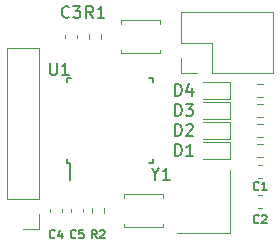
<source format=gbr>
%TF.GenerationSoftware,KiCad,Pcbnew,6.0.0-d3dd2cf0fa~116~ubuntu20.04.1*%
%TF.CreationDate,2022-01-27T11:36:16+01:00*%
%TF.ProjectId,ex00,65783030-2e6b-4696-9361-645f70636258,rev?*%
%TF.SameCoordinates,Original*%
%TF.FileFunction,Legend,Top*%
%TF.FilePolarity,Positive*%
%FSLAX46Y46*%
G04 Gerber Fmt 4.6, Leading zero omitted, Abs format (unit mm)*
G04 Created by KiCad (PCBNEW 6.0.0-d3dd2cf0fa~116~ubuntu20.04.1) date 2022-01-27 11:36:16*
%MOMM*%
%LPD*%
G01*
G04 APERTURE LIST*
%ADD10C,0.150000*%
%ADD11C,0.120000*%
G04 APERTURE END LIST*
D10*
%TO.C,C2*%
X81163333Y-89912000D02*
X81130000Y-89945333D01*
X81030000Y-89978666D01*
X80963333Y-89978666D01*
X80863333Y-89945333D01*
X80796666Y-89878666D01*
X80763333Y-89812000D01*
X80730000Y-89678666D01*
X80730000Y-89578666D01*
X80763333Y-89445333D01*
X80796666Y-89378666D01*
X80863333Y-89312000D01*
X80963333Y-89278666D01*
X81030000Y-89278666D01*
X81130000Y-89312000D01*
X81163333Y-89345333D01*
X81430000Y-89345333D02*
X81463333Y-89312000D01*
X81530000Y-89278666D01*
X81696666Y-89278666D01*
X81763333Y-89312000D01*
X81796666Y-89345333D01*
X81830000Y-89412000D01*
X81830000Y-89478666D01*
X81796666Y-89578666D01*
X81396666Y-89978666D01*
X81830000Y-89978666D01*
%TO.C,C5*%
X65669333Y-91182000D02*
X65636000Y-91215333D01*
X65536000Y-91248666D01*
X65469333Y-91248666D01*
X65369333Y-91215333D01*
X65302666Y-91148666D01*
X65269333Y-91082000D01*
X65236000Y-90948666D01*
X65236000Y-90848666D01*
X65269333Y-90715333D01*
X65302666Y-90648666D01*
X65369333Y-90582000D01*
X65469333Y-90548666D01*
X65536000Y-90548666D01*
X65636000Y-90582000D01*
X65669333Y-90615333D01*
X66302666Y-90548666D02*
X65969333Y-90548666D01*
X65936000Y-90882000D01*
X65969333Y-90848666D01*
X66036000Y-90815333D01*
X66202666Y-90815333D01*
X66269333Y-90848666D01*
X66302666Y-90882000D01*
X66336000Y-90948666D01*
X66336000Y-91115333D01*
X66302666Y-91182000D01*
X66269333Y-91215333D01*
X66202666Y-91248666D01*
X66036000Y-91248666D01*
X65969333Y-91215333D01*
X65936000Y-91182000D01*
%TO.C,R2*%
X67447333Y-91248666D02*
X67214000Y-90915333D01*
X67047333Y-91248666D02*
X67047333Y-90548666D01*
X67314000Y-90548666D01*
X67380666Y-90582000D01*
X67414000Y-90615333D01*
X67447333Y-90682000D01*
X67447333Y-90782000D01*
X67414000Y-90848666D01*
X67380666Y-90882000D01*
X67314000Y-90915333D01*
X67047333Y-90915333D01*
X67714000Y-90615333D02*
X67747333Y-90582000D01*
X67814000Y-90548666D01*
X67980666Y-90548666D01*
X68047333Y-90582000D01*
X68080666Y-90615333D01*
X68114000Y-90682000D01*
X68114000Y-90748666D01*
X68080666Y-90848666D01*
X67680666Y-91248666D01*
X68114000Y-91248666D01*
%TO.C,D3*%
X74077904Y-80885713D02*
X74077904Y-79885713D01*
X74316000Y-79885713D01*
X74458857Y-79933333D01*
X74554095Y-80028571D01*
X74601714Y-80123809D01*
X74649333Y-80314285D01*
X74649333Y-80457142D01*
X74601714Y-80647618D01*
X74554095Y-80742856D01*
X74458857Y-80838094D01*
X74316000Y-80885713D01*
X74077904Y-80885713D01*
X74982666Y-79885713D02*
X75601714Y-79885713D01*
X75268380Y-80266666D01*
X75411238Y-80266666D01*
X75506476Y-80314285D01*
X75554095Y-80361904D01*
X75601714Y-80457142D01*
X75601714Y-80695237D01*
X75554095Y-80790475D01*
X75506476Y-80838094D01*
X75411238Y-80885713D01*
X75125523Y-80885713D01*
X75030285Y-80838094D01*
X74982666Y-80790475D01*
%TO.C,D1*%
X74077904Y-84272380D02*
X74077904Y-83272380D01*
X74316000Y-83272380D01*
X74458857Y-83320000D01*
X74554095Y-83415238D01*
X74601714Y-83510476D01*
X74649333Y-83700952D01*
X74649333Y-83843809D01*
X74601714Y-84034285D01*
X74554095Y-84129523D01*
X74458857Y-84224761D01*
X74316000Y-84272380D01*
X74077904Y-84272380D01*
X75601714Y-84272380D02*
X75030285Y-84272380D01*
X75316000Y-84272380D02*
X75316000Y-83272380D01*
X75220761Y-83415238D01*
X75125523Y-83510476D01*
X75030285Y-83558095D01*
%TO.C,U1*%
X63500095Y-76414380D02*
X63500095Y-77223904D01*
X63547714Y-77319142D01*
X63595333Y-77366761D01*
X63690571Y-77414380D01*
X63881047Y-77414380D01*
X63976285Y-77366761D01*
X64023904Y-77319142D01*
X64071523Y-77223904D01*
X64071523Y-76414380D01*
X65071523Y-77414380D02*
X64500095Y-77414380D01*
X64785809Y-77414380D02*
X64785809Y-76414380D01*
X64690571Y-76557238D01*
X64595333Y-76652476D01*
X64500095Y-76700095D01*
%TO.C,D2*%
X74077904Y-82579046D02*
X74077904Y-81579046D01*
X74316000Y-81579046D01*
X74458857Y-81626666D01*
X74554095Y-81721904D01*
X74601714Y-81817142D01*
X74649333Y-82007618D01*
X74649333Y-82150475D01*
X74601714Y-82340951D01*
X74554095Y-82436189D01*
X74458857Y-82531427D01*
X74316000Y-82579046D01*
X74077904Y-82579046D01*
X75030285Y-81674285D02*
X75077904Y-81626666D01*
X75173142Y-81579046D01*
X75411238Y-81579046D01*
X75506476Y-81626666D01*
X75554095Y-81674285D01*
X75601714Y-81769523D01*
X75601714Y-81864761D01*
X75554095Y-82007618D01*
X74982666Y-82579046D01*
X75601714Y-82579046D01*
%TO.C,C3*%
X65111333Y-72493142D02*
X65063714Y-72540761D01*
X64920857Y-72588380D01*
X64825619Y-72588380D01*
X64682761Y-72540761D01*
X64587523Y-72445523D01*
X64539904Y-72350285D01*
X64492285Y-72159809D01*
X64492285Y-72016952D01*
X64539904Y-71826476D01*
X64587523Y-71731238D01*
X64682761Y-71636000D01*
X64825619Y-71588380D01*
X64920857Y-71588380D01*
X65063714Y-71636000D01*
X65111333Y-71683619D01*
X65444666Y-71588380D02*
X66063714Y-71588380D01*
X65730380Y-71969333D01*
X65873238Y-71969333D01*
X65968476Y-72016952D01*
X66016095Y-72064571D01*
X66063714Y-72159809D01*
X66063714Y-72397904D01*
X66016095Y-72493142D01*
X65968476Y-72540761D01*
X65873238Y-72588380D01*
X65587523Y-72588380D01*
X65492285Y-72540761D01*
X65444666Y-72493142D01*
%TO.C,C4*%
X63891333Y-91182000D02*
X63858000Y-91215333D01*
X63758000Y-91248666D01*
X63691333Y-91248666D01*
X63591333Y-91215333D01*
X63524666Y-91148666D01*
X63491333Y-91082000D01*
X63458000Y-90948666D01*
X63458000Y-90848666D01*
X63491333Y-90715333D01*
X63524666Y-90648666D01*
X63591333Y-90582000D01*
X63691333Y-90548666D01*
X63758000Y-90548666D01*
X63858000Y-90582000D01*
X63891333Y-90615333D01*
X64491333Y-90782000D02*
X64491333Y-91248666D01*
X64324666Y-90515333D02*
X64158000Y-91015333D01*
X64591333Y-91015333D01*
%TO.C,C1*%
X81163333Y-87118000D02*
X81130000Y-87151333D01*
X81030000Y-87184666D01*
X80963333Y-87184666D01*
X80863333Y-87151333D01*
X80796666Y-87084666D01*
X80763333Y-87018000D01*
X80730000Y-86884666D01*
X80730000Y-86784666D01*
X80763333Y-86651333D01*
X80796666Y-86584666D01*
X80863333Y-86518000D01*
X80963333Y-86484666D01*
X81030000Y-86484666D01*
X81130000Y-86518000D01*
X81163333Y-86551333D01*
X81830000Y-87184666D02*
X81430000Y-87184666D01*
X81630000Y-87184666D02*
X81630000Y-86484666D01*
X81563333Y-86584666D01*
X81496666Y-86651333D01*
X81430000Y-86684666D01*
%TO.C,D4*%
X74077904Y-79192380D02*
X74077904Y-78192380D01*
X74316000Y-78192380D01*
X74458857Y-78240000D01*
X74554095Y-78335238D01*
X74601714Y-78430476D01*
X74649333Y-78620952D01*
X74649333Y-78763809D01*
X74601714Y-78954285D01*
X74554095Y-79049523D01*
X74458857Y-79144761D01*
X74316000Y-79192380D01*
X74077904Y-79192380D01*
X75506476Y-78525714D02*
X75506476Y-79192380D01*
X75268380Y-78144761D02*
X75030285Y-78859047D01*
X75649333Y-78859047D01*
%TO.C,R1*%
X67143333Y-72588380D02*
X66810000Y-72112190D01*
X66571904Y-72588380D02*
X66571904Y-71588380D01*
X66952857Y-71588380D01*
X67048095Y-71636000D01*
X67095714Y-71683619D01*
X67143333Y-71778857D01*
X67143333Y-71921714D01*
X67095714Y-72016952D01*
X67048095Y-72064571D01*
X66952857Y-72112190D01*
X66571904Y-72112190D01*
X68095714Y-72588380D02*
X67524285Y-72588380D01*
X67810000Y-72588380D02*
X67810000Y-71588380D01*
X67714761Y-71731238D01*
X67619523Y-71826476D01*
X67524285Y-71874095D01*
%TO.C,Y1*%
X72421809Y-85828190D02*
X72421809Y-86304380D01*
X72088476Y-85304380D02*
X72421809Y-85828190D01*
X72755142Y-85304380D01*
X73612285Y-86304380D02*
X73040857Y-86304380D01*
X73326571Y-86304380D02*
X73326571Y-85304380D01*
X73231333Y-85447238D01*
X73136095Y-85542476D01*
X73040857Y-85590095D01*
D11*
%TO.C,C2*%
X81139420Y-88648000D02*
X81420580Y-88648000D01*
X81139420Y-87628000D02*
X81420580Y-87628000D01*
%TO.C,C5*%
X66296000Y-89040580D02*
X66296000Y-88759420D01*
X65276000Y-89040580D02*
X65276000Y-88759420D01*
%TO.C,R2*%
X67041500Y-89137258D02*
X67041500Y-88662742D01*
X68086500Y-89137258D02*
X68086500Y-88662742D01*
%TO.C,D3*%
X76416000Y-81168333D02*
X78701000Y-81168333D01*
X78701000Y-79698333D02*
X76416000Y-79698333D01*
X78701000Y-81168333D02*
X78701000Y-79698333D01*
%TO.C,D1*%
X78701000Y-83085000D02*
X76416000Y-83085000D01*
X76416000Y-84555000D02*
X78701000Y-84555000D01*
X78701000Y-84555000D02*
X78701000Y-83085000D01*
D10*
%TO.C,U1*%
X72205000Y-84905000D02*
X71880000Y-84905000D01*
X64955000Y-84905000D02*
X64955000Y-84580000D01*
X65180000Y-84905000D02*
X65180000Y-86330000D01*
X64955000Y-77655000D02*
X64955000Y-77980000D01*
X72205000Y-84905000D02*
X72205000Y-84580000D01*
X64955000Y-77655000D02*
X65280000Y-77655000D01*
X72205000Y-77655000D02*
X72205000Y-77980000D01*
X64955000Y-84905000D02*
X65180000Y-84905000D01*
X72205000Y-77655000D02*
X71880000Y-77655000D01*
D11*
%TO.C,D2*%
X78701000Y-81391666D02*
X76416000Y-81391666D01*
X76416000Y-82861666D02*
X78701000Y-82861666D01*
X78701000Y-82861666D02*
X78701000Y-81391666D01*
%TO.C,J1*%
X62544000Y-89154000D02*
X62544000Y-90484000D01*
X62544000Y-90484000D02*
X61214000Y-90484000D01*
X62544000Y-75124000D02*
X59884000Y-75124000D01*
X62544000Y-87884000D02*
X59884000Y-87884000D01*
X59884000Y-87884000D02*
X59884000Y-75124000D01*
X62544000Y-87884000D02*
X62544000Y-75124000D01*
%TO.C,J2*%
X82356000Y-77276000D02*
X82356000Y-72076000D01*
X77216000Y-74676000D02*
X74616000Y-74676000D01*
X75946000Y-77276000D02*
X74616000Y-77276000D01*
X74616000Y-77276000D02*
X74616000Y-75946000D01*
X74616000Y-74676000D02*
X74616000Y-72076000D01*
X74616000Y-72076000D02*
X82356000Y-72076000D01*
X77216000Y-77276000D02*
X77216000Y-74676000D01*
X77216000Y-77276000D02*
X82356000Y-77276000D01*
%TO.C,C3*%
X65788000Y-74027420D02*
X65788000Y-74308580D01*
X64768000Y-74027420D02*
X64768000Y-74308580D01*
%TO.C,C4*%
X63498000Y-89040580D02*
X63498000Y-88759420D01*
X64518000Y-89040580D02*
X64518000Y-88759420D01*
%TO.C,R4*%
X81042742Y-82649166D02*
X81517258Y-82649166D01*
X81042742Y-81604166D02*
X81517258Y-81604166D01*
%TO.C,R6*%
X81042742Y-79262500D02*
X81517258Y-79262500D01*
X81042742Y-78217500D02*
X81517258Y-78217500D01*
%TO.C,C1*%
X81139420Y-85088000D02*
X81420580Y-85088000D01*
X81139420Y-86108000D02*
X81420580Y-86108000D01*
%TO.C,D4*%
X78701000Y-78005000D02*
X76416000Y-78005000D01*
X78701000Y-79475000D02*
X78701000Y-78005000D01*
X76416000Y-79475000D02*
X78701000Y-79475000D01*
%TO.C,SW1*%
X72770000Y-75568000D02*
X72770000Y-75268000D01*
X72770000Y-72768000D02*
X72770000Y-73068000D01*
X69470000Y-72768000D02*
X72770000Y-72768000D01*
X69470000Y-75268000D02*
X69470000Y-75568000D01*
X69470000Y-73068000D02*
X69470000Y-72768000D01*
X69470000Y-75568000D02*
X72770000Y-75568000D01*
%TO.C,R1*%
X67832500Y-73930742D02*
X67832500Y-74405258D01*
X66787500Y-73930742D02*
X66787500Y-74405258D01*
%TO.C,R5*%
X81042742Y-79910833D02*
X81517258Y-79910833D01*
X81042742Y-80955833D02*
X81517258Y-80955833D01*
%TO.C,R3*%
X81042742Y-83297500D02*
X81517258Y-83297500D01*
X81042742Y-84342500D02*
X81517258Y-84342500D01*
%TO.C,SW2*%
X73024000Y-90300000D02*
X73024000Y-90000000D01*
X69724000Y-87500000D02*
X73024000Y-87500000D01*
X69724000Y-87800000D02*
X69724000Y-87500000D01*
X69724000Y-90300000D02*
X73024000Y-90300000D01*
X73024000Y-87500000D02*
X73024000Y-87800000D01*
X69724000Y-90000000D02*
X69724000Y-90300000D01*
%TO.C,Y1*%
X78704000Y-90838000D02*
X78704000Y-85438000D01*
X74204000Y-90838000D02*
X78704000Y-90838000D01*
%TD*%
M02*

</source>
